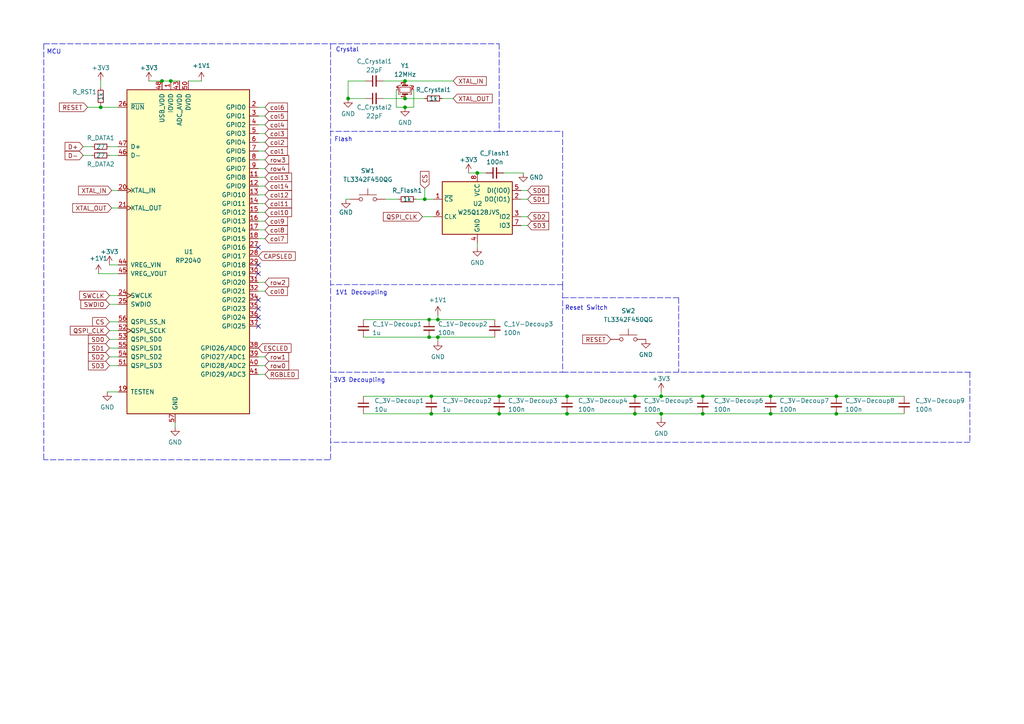
<source format=kicad_sch>
(kicad_sch (version 20231120) (generator "eeschema") (generator_version "8.0")
  (paper "A4")
  (title_block (title "SST60 - Multi-layout 60% pcb") (date "2022-07-25") (rev "1.0"))
  (lib_symbols
    (symbol "Device:C_Small" (pin_numbers hide) (pin_names (offset 0.254) hide)
      (property "Reference" "C" (at 0.254 1.778 0))
      (property "Value" "C_Small" (at 0.254 -2.032 0))
      (symbol "C_Small_0_1"
        (polyline (pts (xy -1.524 -0.508) (xy 1.524 -0.508)) (stroke (width 0.3302)))
        (polyline (pts (xy -1.524 0.508) (xy 1.524 0.508)) (stroke (width 0.3048)))
      )
      (symbol "C_Small_1_1"
        (pin passive line (at 0 2.54 270) (length 2.032) (name "~") (number "1"))
        (pin passive line (at 0 -2.54 90) (length 2.032) (name "~") (number "2"))
      )
    )
    (symbol "Device:Crystal_GND24_Small" (pin_names (offset 1.016) hide)
      (property "Reference" "Y" (at 1.27 4.445 0))
      (property "Value" "Crystal_GND24_Small" (at 1.27 2.54 0))
      (symbol "Crystal_GND24_Small_0_1"
        (rectangle (start -0.762 -1.524) (end 0.762 1.524))
        (polyline (pts (xy -1.27 -0.762) (xy -1.27 0.762)) (stroke (width 0.381)))
        (polyline (pts (xy 1.27 -0.762) (xy 1.27 0.762)) (stroke (width 0.381)))
        (polyline (pts (xy -1.27 -1.27) (xy -1.27 -1.905) (xy 1.27 -1.905) (xy 1.27 -1.27)))
        (polyline (pts (xy -1.27 1.27) (xy -1.27 1.905) (xy 1.27 1.905) (xy 1.27 1.27)))
      )
      (symbol "Crystal_GND24_Small_1_1"
        (pin passive line (at -2.54 0 0) (length 1.27) (name "1") (number "1"))
        (pin passive line (at 0 -2.54 90) (length 0.635) (name "2") (number "2"))
        (pin passive line (at 2.54 0 180) (length 1.27) (name "3") (number "3"))
        (pin passive line (at 0 2.54 270) (length 0.635) (name "4") (number "4"))
      )
    )
    (symbol "Device:R_Small" (pin_numbers hide) (pin_names (offset 0.254) hide)
      (property "Reference" "R" (at 0.762 0.508 0))
      (property "Value" "R_Small" (at 0.762 -1.016 0))
      (symbol "R_Small_0_1"
        (rectangle (start -0.762 1.778) (end 0.762 -1.778) (stroke (width 0.2032)))
      )
      (symbol "R_Small_1_1"
        (pin passive line (at 0 2.54 270) (length 0.762) (name "~") (number "1"))
        (pin passive line (at 0 -2.54 90) (length 0.762) (name "~") (number "2"))
      )
    )
    (symbol "Memory_Flash:W25Q128JVS"
      (property "Reference" "U" (at -8.89 8.89 0))
      (property "Value" "W25Q128JVS" (at 7.62 8.89 0))
      (symbol "W25Q128JVS_0_1"
        (rectangle (start -10.16 7.62) (end 10.16 -7.62) (stroke (width 0.254)) (fill (type background)))
      )
      (symbol "W25Q128JVS_1_1"
        (pin input line (at -12.7 2.54 0) (length 2.54) (name "~{CS}") (number "1"))
        (pin bidirectional line (at 12.7 2.54 180) (length 2.54) (name "DO(IO1)") (number "2"))
        (pin bidirectional line (at 12.7 -2.54 180) (length 2.54) (name "IO2") (number "3"))
        (pin power_in line (at 0 -10.16 90) (length 2.54) (name "GND") (number "4"))
        (pin bidirectional line (at 12.7 5.08 180) (length 2.54) (name "DI(IO0)") (number "5"))
        (pin input line (at -12.7 -2.54 0) (length 2.54) (name "CLK") (number "6"))
        (pin bidirectional line (at 12.7 -5.08 180) (length 2.54) (name "IO3") (number "7"))
        (pin power_in line (at 0 10.16 270) (length 2.54) (name "VCC") (number "8"))
      )
    )
    (symbol "Switch:SW_Push" (pin_numbers hide) (pin_names (offset 1.016) hide)
      (property "Reference" "SW" (at 1.27 2.54 0))
      (property "Value" "SW_Push" (at 0 -1.524 0))
      (symbol "SW_Push_0_1"
        (circle (center -2.032 0) (radius 0.508))
        (polyline (pts (xy 0 1.27) (xy 0 3.048)))
        (polyline (pts (xy 2.54 1.27) (xy -2.54 1.27)))
        (circle (center 2.032 0) (radius 0.508))
        (pin passive line (at -5.08 0 0) (length 2.54) (name "1") (number "1"))
        (pin passive line (at 5.08 0 180) (length 2.54) (name "2") (number "2"))
      )
    )
    (symbol "cipulot_parts:RP2040" (pin_names (offset 1.016))
      (property "Reference" "U" (at 8.89 51.435 0))
      (property "Value" "RP2040" (at 8.89 48.895 0))
      (symbol "RP2040_0_0"
        (rectangle (start -17.78 -45.72) (end 17.78 48.26) (stroke (width 0.254)) (fill (type background)))
      )
      (symbol "RP2040_1_1"
        (pin power_in line (at -5.08 50.8 270) (length 2.54) (name "IOVDD") (number "1"))
        (pin power_in line (at -5.08 50.8 270) (length 2.54) hide (name "IOVDD") (number "10"))
        (pin bidirectional line (at 20.32 22.86 180) (length 2.54) (name "GPIO8") (number "11"))
        (pin bidirectional line (at 20.32 20.32 180) (length 2.54) (name "GPIO9") (number "12"))
        (pin bidirectional line (at 20.32 17.78 180) (length 2.54) (name "GPIO10") (number "13"))
        (pin bidirectional line (at 20.32 15.24 180) (length 2.54) (name "GPIO11") (number "14"))
        (pin bidirectional line (at 20.32 12.7 180) (length 2.54) (name "GPIO12") (number "15"))
        (pin bidirectional line (at 20.32 10.16 180) (length 2.54) (name "GPIO13") (number "16"))
        (pin bidirectional line (at 20.32 7.62 180) (length 2.54) (name "GPIO14") (number "17"))
        (pin bidirectional line (at 20.32 5.08 180) (length 2.54) (name "GPIO15") (number "18"))
        (pin input line (at -20.32 -39.37 0) (length 2.54) (name "TESTEN") (number "19"))
        (pin bidirectional line (at 20.32 43.18 180) (length 2.54) (name "GPIO0") (number "2"))
        (pin input clock (at -20.32 19.05 0) (length 2.54) (name "XTAL_IN") (number "20"))
        (pin input clock (at -20.32 13.97 0) (length 2.54) (name "XTAL_OUT") (number "21"))
        (pin power_in line (at -5.08 50.8 270) (length 2.54) hide (name "IOVDD") (number "22"))
        (pin power_in line (at 0 50.8 270) (length 2.54) hide (name "DVDD") (number "23"))
        (pin input clock (at -20.32 -11.43 0) (length 2.54) (name "SWCLK") (number "24"))
        (pin bidirectional line (at -20.32 -13.97 0) (length 2.54) (name "SWDIO") (number "25"))
        (pin input line (at -20.32 43.18 0) (length 2.54) (name "~{RUN}") (number "26"))
        (pin bidirectional line (at 20.32 2.54 180) (length 2.54) (name "GPIO16") (number "27"))
        (pin bidirectional line (at 20.32 0 180) (length 2.54) (name "GPIO17") (number "28"))
        (pin bidirectional line (at 20.32 -2.54 180) (length 2.54) (name "GPIO18") (number "29"))
        (pin bidirectional line (at 20.32 40.64 180) (length 2.54) (name "GPIO1") (number "3"))
        (pin bidirectional line (at 20.32 -5.08 180) (length 2.54) (name "GPIO19") (number "30"))
        (pin bidirectional line (at 20.32 -7.62 180) (length 2.54) (name "GPIO20") (number "31"))
        (pin bidirectional line (at 20.32 -10.16 180) (length 2.54) (name "GPIO21") (number "32"))
        (pin power_in line (at -5.08 50.8 270) (length 2.54) hide (name "IOVDD") (number "33"))
        (pin bidirectional line (at 20.32 -12.7 180) (length 2.54) (name "GPIO22") (number "34"))
        (pin bidirectional line (at 20.32 -15.24 180) (length 2.54) (name "GPIO23") (number "35"))
        (pin bidirectional line (at 20.32 -17.78 180) (length 2.54) (name "GPIO24") (number "36"))
        (pin bidirectional line (at 20.32 -20.32 180) (length 2.54) (name "GPIO25") (number "37"))
        (pin bidirectional line (at 20.32 -26.67 180) (length 2.54) (name "GPIO26/ADC0") (number "38"))
        (pin bidirectional line (at 20.32 -29.21 180) (length 2.54) (name "GPIO27/ADC1") (number "39"))
        (pin bidirectional line (at 20.32 38.1 180) (length 2.54) (name "GPIO2") (number "4"))
        (pin bidirectional line (at 20.32 -31.75 180) (length 2.54) (name "GPIO28/ADC2") (number "40"))
        (pin bidirectional line (at 20.32 -34.29 180) (length 2.54) (name "GPIO29/ADC3") (number "41"))
        (pin power_in line (at -5.08 50.8 270) (length 2.54) hide (name "IOVDD") (number "42"))
        (pin power_in line (at -2.54 50.8 270) (length 2.54) (name "ADC_AVDD") (number "43"))
        (pin power_in line (at -20.32 -2.54 0) (length 2.54) (name "VREG_VIN") (number "44"))
        (pin power_out line (at -20.32 -5.08 0) (length 2.54) (name "VREG_VOUT") (number "45"))
        (pin bidirectional line (at -20.32 29.21 0) (length 2.54) (name "D-") (number "46"))
        (pin bidirectional line (at -20.32 31.75 0) (length 2.54) (name "D+") (number "47"))
        (pin power_in line (at -7.62 50.8 270) (length 2.54) (name "USB_VDD") (number "48"))
        (pin power_in line (at -5.08 50.8 270) (length 2.54) hide (name "IOVDD") (number "49"))
        (pin bidirectional line (at 20.32 35.56 180) (length 2.54) (name "GPIO3") (number "5"))
        (pin power_in line (at 0 50.8 270) (length 2.54) (name "DVDD") (number "50"))
        (pin bidirectional line (at -20.32 -31.75 0) (length 2.54) (name "QSPI_SD3") (number "51"))
        (pin bidirectional clock (at -20.32 -21.59 0) (length 2.54) (name "QSPI_SCLK") (number "52"))
        (pin bidirectional line (at -20.32 -24.13 0) (length 2.54) (name "QSPI_SD0") (number "53"))
        (pin bidirectional line (at -20.32 -29.21 0) (length 2.54) (name "QSPI_SD2") (number "54"))
        (pin bidirectional line (at -20.32 -26.67 0) (length 2.54) (name "QSPI_SD1") (number "55"))
        (pin bidirectional line (at -20.32 -19.05 0) (length 2.54) (name "QSPI_SS_N") (number "56"))
        (pin power_in line (at -3.81 -48.26 90) (length 2.54) (name "GND") (number "57"))
        (pin bidirectional line (at 20.32 33.02 180) (length 2.54) (name "GPIO4") (number "6"))
        (pin bidirectional line (at 20.32 30.48 180) (length 2.54) (name "GPIO5") (number "7"))
        (pin bidirectional line (at 20.32 27.94 180) (length 2.54) (name "GPIO6") (number "8"))
        (pin bidirectional line (at 20.32 25.4 180) (length 2.54) (name "GPIO7") (number "9"))
      )
    )
    (symbol "power:+1V1" (power) (pin_names (offset 0))
      (property "Value" "+1V1" (at 0 3.556 0))
      (symbol "+1V1_0_1"
        (polyline (pts (xy -0.762 1.27) (xy 0 2.54)))
        (polyline (pts (xy 0 0) (xy 0 2.54)))
        (polyline (pts (xy 0 2.54) (xy 0.762 1.27)))
      )
      (symbol "+1V1_1_1"
        (pin power_in line (at 0 0 90) (length 0) hide (name "+1V1") (number "1"))
      )
    )
    (symbol "power:+3V3" (power) (pin_names (offset 0))
      (property "Value" "+3V3" (at 0 3.556 0))
      (symbol "+3V3_0_1"
        (polyline (pts (xy -0.762 1.27) (xy 0 2.54)))
        (polyline (pts (xy 0 0) (xy 0 2.54)))
        (polyline (pts (xy 0 2.54) (xy 0.762 1.27)))
      )
      (symbol "+3V3_1_1"
        (pin power_in line (at 0 0 90) (length 0) hide (name "+3V3") (number "1"))
      )
    )
    (symbol "power:GND" (power) (pin_names (offset 0))
      (property "Value" "GND" (at 0 -3.81 0))
      (symbol "GND_0_1"
        (polyline (pts (xy 0 0) (xy 0 -1.27) (xy 1.27 -1.27) (xy 0 -2.54) (xy -1.27 -1.27) (xy 0 -1.27)))
      )
      (symbol "GND_1_1"
        (pin power_in line (at 0 0 270) (length 0) hide (name "GND") (number "1"))
      )
    )
  )
  (junction (at 223.52 120.015))
  (junction (at 144.78 114.935))
  (junction (at 184.15 114.935))
  (junction (at 138.43 50.165))
  (junction (at 117.475 28.575))
  (junction (at 203.835 114.935))
  (junction (at 49.53 23.495))
  (junction (at 164.465 120.015))
  (junction (at 127 92.71))
  (junction (at 127 97.79))
  (junction (at 117.475 31.115))
  (junction (at 29.21 31.115))
  (junction (at 164.465 114.935))
  (junction (at 191.77 120.015))
  (junction (at 125.095 120.015))
  (junction (at 124.46 97.79))
  (junction (at 125.095 114.935))
  (junction (at 144.78 120.015))
  (junction (at 242.57 114.935))
  (junction (at 191.77 114.935))
  (junction (at 203.835 120.015))
  (junction (at 46.99 23.495))
  (junction (at 124.46 92.71))
  (junction (at 223.52 114.935))
  (junction (at 123.19 57.785))
  (junction (at 100.965 28.575))
  (junction (at 242.57 120.015))
  (junction (at 184.15 120.015))
  (junction (at 117.475 23.495))
  (no_connect (at 74.93 92.075))
  (no_connect (at 74.93 71.755))
  (no_connect (at 74.93 76.835))
  (no_connect (at 74.93 86.995))
  (no_connect (at 74.93 79.375))
  (no_connect (at 74.93 89.535))
  (no_connect (at 74.93 94.615))
  (polyline (pts (xy 163.195 107.95) (xy 281.94 107.95)) (stroke (width 0) (type dash)))
  (wire (pts (xy 31.75 85.725) (xy 34.29 85.725)))
  (wire (pts (xy 111.125 28.575) (xy 117.475 28.575)))
  (wire (pts (xy 125.095 114.935) (xy 144.78 114.935)))
  (wire (pts (xy 122.555 62.865) (xy 125.73 62.865)))
  (wire (pts (xy 31.75 88.265) (xy 34.29 88.265)))
  (wire (pts (xy 127 97.79) (xy 143.51 97.79)))
  (wire (pts (xy 29.21 31.115) (xy 34.29 31.115)))
  (wire (pts (xy 242.57 120.015) (xy 262.255 120.015)))
  (wire (pts (xy 111.125 23.495) (xy 117.475 23.495)))
  (wire (pts (xy 74.93 53.975) (xy 76.835 53.975)))
  (wire (pts (xy 151.13 55.245) (xy 153.035 55.245)))
  (wire (pts (xy 74.93 64.135) (xy 76.835 64.135)))
  (wire (pts (xy 31.75 103.505) (xy 34.29 103.505)))
  (wire (pts (xy 191.77 114.935) (xy 203.835 114.935)))
  (wire (pts (xy 120.015 31.115) (xy 117.475 31.115)))
  (wire (pts (xy 28.575 79.375) (xy 34.29 79.375)))
  (wire (pts (xy 138.43 50.165) (xy 140.97 50.165)))
  (wire (pts (xy 31.75 42.545) (xy 34.29 42.545)))
  (wire (pts (xy 43.18 23.495) (xy 46.99 23.495)))
  (wire (pts (xy 31.75 100.965) (xy 34.29 100.965)))
  (wire (pts (xy 105.41 120.015) (xy 125.095 120.015)))
  (polyline (pts (xy 144.78 12.7) (xy 144.78 38.1)) (stroke (width 0) (type dash)))
  (wire (pts (xy 100.965 28.575) (xy 100.965 23.495)))
  (polyline (pts (xy 144.78 38.1) (xy 95.885 38.1)) (stroke (width 0) (type dash)))
  (wire (pts (xy 24.13 42.545) (xy 26.67 42.545)))
  (wire (pts (xy 32.385 60.325) (xy 34.29 60.325)))
  (wire (pts (xy 127 92.71) (xy 143.51 92.71)))
  (wire (pts (xy 74.93 41.275) (xy 76.835 41.275)))
  (wire (pts (xy 74.93 59.055) (xy 76.835 59.055)))
  (wire (pts (xy 74.93 43.815) (xy 76.835 43.815)))
  (wire (pts (xy 74.93 84.455) (xy 76.835 84.455)))
  (wire (pts (xy 74.93 81.915) (xy 76.835 81.915)))
  (wire (pts (xy 50.8 122.555) (xy 50.8 123.825)))
  (polyline (pts (xy 163.195 38.1) (xy 163.195 82.55)) (stroke (width 0) (type dash)))
  (polyline (pts (xy 163.195 86.36) (xy 196.85 86.36)) (stroke (width 0) (type dash)))
  (wire (pts (xy 49.53 23.495) (xy 52.07 23.495)))
  (wire (pts (xy 203.835 114.935) (xy 223.52 114.935)))
  (wire (pts (xy 46.99 23.495) (xy 49.53 23.495)))
  (wire (pts (xy 29.21 23.495) (xy 29.21 25.4)))
  (polyline (pts (xy 82.55 133.35) (xy 12.7 133.35)) (stroke (width 0) (type dash)))
  (wire (pts (xy 74.93 51.435) (xy 76.835 51.435)))
  (wire (pts (xy 125.095 120.015) (xy 144.78 120.015)))
  (wire (pts (xy 32.385 55.245) (xy 34.29 55.245)))
  (polyline (pts (xy 163.195 82.55) (xy 163.195 107.95)) (stroke (width 0) (type dash)))
  (wire (pts (xy 135.89 50.165) (xy 138.43 50.165)))
  (wire (pts (xy 74.93 103.505) (xy 76.835 103.505)))
  (wire (pts (xy 31.75 98.425) (xy 34.29 98.425)))
  (wire (pts (xy 111.76 57.785) (xy 115.57 57.785)))
  (wire (pts (xy 24.13 45.085) (xy 26.67 45.085)))
  (wire (pts (xy 164.465 120.015) (xy 184.15 120.015)))
  (wire (pts (xy 105.41 114.935) (xy 125.095 114.935)))
  (wire (pts (xy 74.93 48.895) (xy 76.835 48.895)))
  (wire (pts (xy 144.78 120.015) (xy 164.465 120.015)))
  (wire (pts (xy 100.33 57.785) (xy 101.6 57.785)))
  (wire (pts (xy 74.93 31.115) (xy 76.835 31.115)))
  (wire (pts (xy 31.75 45.085) (xy 34.29 45.085)))
  (wire (pts (xy 31.75 106.045) (xy 34.29 106.045)))
  (wire (pts (xy 100.965 23.495) (xy 106.045 23.495)))
  (wire (pts (xy 138.43 70.485) (xy 138.43 71.755)))
  (wire (pts (xy 74.93 36.195) (xy 76.835 36.195)))
  (wire (pts (xy 74.93 33.655) (xy 76.835 33.655)))
  (wire (pts (xy 151.13 57.785) (xy 153.035 57.785)))
  (wire (pts (xy 191.77 120.015) (xy 203.835 120.015)))
  (wire (pts (xy 184.15 120.015) (xy 191.77 120.015)))
  (polyline (pts (xy 82.55 133.35) (xy 95.885 133.35)) (stroke (width 0) (type dash)))
  (polyline (pts (xy 163.195 82.55) (xy 95.885 82.55)) (stroke (width 0) (type dash)))
  (wire (pts (xy 128.27 28.575) (xy 131.445 28.575)))
  (wire (pts (xy 127 91.44) (xy 127 92.71)))
  (wire (pts (xy 123.19 54.61) (xy 123.19 57.785)))
  (wire (pts (xy 127 97.79) (xy 127 99.06)))
  (polyline (pts (xy 144.78 38.1) (xy 163.195 38.1)) (stroke (width 0) (type dash)))
  (polyline (pts (xy 12.7 12.7) (xy 12.7 133.35)) (stroke (width 0) (type dash)))
  (wire (pts (xy 151.13 62.865) (xy 153.035 62.865)))
  (wire (pts (xy 74.93 38.735) (xy 76.835 38.735)))
  (wire (pts (xy 74.93 61.595) (xy 76.835 61.595)))
  (wire (pts (xy 117.475 23.495) (xy 131.445 23.495)))
  (wire (pts (xy 74.93 56.515) (xy 76.835 56.515)))
  (wire (pts (xy 191.77 113.665) (xy 191.77 114.935)))
  (wire (pts (xy 31.75 95.885) (xy 34.29 95.885)))
  (wire (pts (xy 123.19 57.785) (xy 125.73 57.785)))
  (wire (pts (xy 124.46 92.71) (xy 127 92.71)))
  (polyline (pts (xy 196.85 86.36) (xy 196.85 107.95)) (stroke (width 0) (type dash)))
  (polyline (pts (xy 95.885 12.7) (xy 95.885 133.35)) (stroke (width 0) (type dash)))
  (wire (pts (xy 242.57 114.935) (xy 262.255 114.935)))
  (wire (pts (xy 151.13 65.405) (xy 153.035 65.405)))
  (polyline (pts (xy 81.915 12.7) (xy 95.885 12.7)) (stroke (width 0) (type dash)))
  (wire (pts (xy 223.52 114.935) (xy 242.57 114.935)))
  (wire (pts (xy 29.21 30.48) (xy 29.21 31.115)))
  (wire (pts (xy 25.4 31.115) (xy 29.21 31.115)))
  (wire (pts (xy 144.78 114.935) (xy 164.465 114.935)))
  (polyline (pts (xy 12.7 12.7) (xy 82.55 12.7)) (stroke (width 0) (type dash)))
  (wire (pts (xy 31.75 76.835) (xy 34.29 76.835)))
  (wire (pts (xy 164.465 114.935) (xy 184.15 114.935)))
  (wire (pts (xy 105.41 97.79) (xy 124.46 97.79)))
  (wire (pts (xy 105.41 92.71) (xy 124.46 92.71)))
  (wire (pts (xy 117.475 28.575) (xy 123.19 28.575)))
  (wire (pts (xy 100.965 28.575) (xy 106.045 28.575)))
  (wire (pts (xy 31.75 93.345) (xy 34.29 93.345)))
  (wire (pts (xy 120.65 57.785) (xy 123.19 57.785)))
  (polyline (pts (xy 281.305 107.95) (xy 281.305 128.27)) (stroke (width 0) (type dash)))
  (wire (pts (xy 203.835 120.015) (xy 223.52 120.015)))
  (wire (pts (xy 74.93 46.355) (xy 76.835 46.355)))
  (wire (pts (xy 223.52 120.015) (xy 242.57 120.015)))
  (polyline (pts (xy 281.305 128.27) (xy 95.885 128.27)) (stroke (width 0) (type dash)))
  (wire (pts (xy 114.935 26.035) (xy 114.935 31.115)))
  (wire (pts (xy 120.015 26.035) (xy 120.015 31.115)))
  (wire (pts (xy 74.93 66.675) (xy 76.835 66.675)))
  (wire (pts (xy 54.61 23.495) (xy 58.42 23.495)))
  (wire (pts (xy 74.93 69.215) (xy 76.835 69.215)))
  (wire (pts (xy 184.15 114.935) (xy 191.77 114.935)))
  (wire (pts (xy 74.93 106.045) (xy 76.835 106.045)))
  (wire (pts (xy 31.115 113.665) (xy 34.29 113.665)))
  (wire (pts (xy 74.93 108.585) (xy 76.835 108.585)))
  (wire (pts (xy 191.77 121.285) (xy 191.77 120.015)))
  (wire (pts (xy 124.46 97.79) (xy 127 97.79)))
  (wire (pts (xy 114.935 31.115) (xy 117.475 31.115)))
  (polyline (pts (xy 95.885 12.7) (xy 144.78 12.7)) (stroke (width 0) (type dash)))
  (wire (pts (xy 146.05 50.165) (xy 151.765 50.165)))
  (polyline (pts (xy 95.885 107.95) (xy 163.195 107.95)) (stroke (width 0) (type dash)))
  (text "Reset Switch" (at 163.83 90.17 0) (effects (font (size 1.27 1.27)) (justify left bottom)))
  (text "Flash\n" (at 102.235 41.275 0) (effects (font (size 1.27 1.27)) (justify right bottom)))
  (text "MCU\n" (at 17.78 15.875 0) (effects (font (size 1.27 1.27)) (justify right bottom)))
  (text "Crystal\n" (at 104.14 15.24 0) (effects (font (size 1.27 1.27)) (justify right bottom)))
  (text "3V3 Decoupling" (at 111.76 111.125 0) (effects (font (size 1.27 1.27)) (justify right bottom)))
  (text "1V1 Decoupling" (at 112.395 85.725 0) (effects (font (size 1.27 1.27)) (justify right bottom)))
  (global_label "col7" (shape input) (at 76.835 69.215 0) (property "Intersheetrefs" "${INTERSHEET_REFS}" (effects (hide yes))))
  (global_label "col14" (shape input) (at 76.835 53.975 0) (property "Intersheetrefs" "${INTERSHEET_REFS}" (effects (hide yes))))
  (global_label "XTAL_OUT" (shape input) (at 32.385 60.325 180) (property "Intersheetrefs" "${INTERSHEET_REFS}" (effects (hide yes))))
  (global_label "col8" (shape input) (at 76.835 66.675 0) (property "Intersheetrefs" "${INTERSHEET_REFS}" (effects (hide yes))))
  (global_label "col0" (shape input) (at 76.835 84.455 0) (property "Intersheetrefs" "${INTERSHEET_REFS}" (effects (hide yes))))
  (global_label "ESCLED" (shape input) (at 74.93 100.965 0) (property "Intersheetrefs" "${INTERSHEET_REFS}" (effects (hide yes))))
  (global_label "col6" (shape input) (at 76.835 31.115 0) (property "Intersheetrefs" "${INTERSHEET_REFS}" (effects (hide yes))))
  (global_label "SWCLK" (shape input) (at 31.75 85.725 180) (property "Intersheetrefs" "${INTERSHEET_REFS}" (effects (hide yes))))
  (global_label "col1" (shape input) (at 76.835 43.815 0) (property "Intersheetrefs" "${INTERSHEET_REFS}" (effects (hide yes))))
  (global_label "SD1" (shape input) (at 153.035 57.785 0) (property "Intersheetrefs" "${INTERSHEET_REFS}" (effects (hide yes))))
  (global_label "SD3" (shape input) (at 153.035 65.405 0) (property "Intersheetrefs" "${INTERSHEET_REFS}" (effects (hide yes))))
  (global_label "row2" (shape input) (at 76.835 81.915 0) (property "Intersheetrefs" "${INTERSHEET_REFS}" (effects (hide yes))))
  (global_label "D-" (shape input) (at 24.13 45.085 180) (property "Intersheetrefs" "${INTERSHEET_REFS}" (effects (hide yes))))
  (global_label "XTAL_IN" (shape input) (at 131.445 23.495 0) (property "Intersheetrefs" "${INTERSHEET_REFS}" (effects (hide yes))))
  (global_label "SD2" (shape input) (at 153.035 62.865 0) (property "Intersheetrefs" "${INTERSHEET_REFS}" (effects (hide yes))))
  (global_label "col13" (shape input) (at 76.835 51.435 0) (property "Intersheetrefs" "${INTERSHEET_REFS}" (effects (hide yes))))
  (global_label "D+" (shape input) (at 24.13 42.545 180) (property "Intersheetrefs" "${INTERSHEET_REFS}" (effects (hide yes))))
  (global_label "SD0" (shape input) (at 31.75 98.425 180) (property "Intersheetrefs" "${INTERSHEET_REFS}" (effects (hide yes))))
  (global_label "QSPI_CLK" (shape input) (at 122.555 62.865 180) (property "Intersheetrefs" "${INTERSHEET_REFS}" (effects (hide yes))))
  (global_label "SWDIO" (shape input) (at 31.75 88.265 180) (property "Intersheetrefs" "${INTERSHEET_REFS}" (effects (hide yes))))
  (global_label "row4" (shape input) (at 76.835 48.895 0) (property "Intersheetrefs" "${INTERSHEET_REFS}" (effects (hide yes))))
  (global_label "col2" (shape input) (at 76.835 41.275 0) (property "Intersheetrefs" "${INTERSHEET_REFS}" (effects (hide yes))))
  (global_label "row0" (shape input) (at 76.835 106.045 0) (property "Intersheetrefs" "${INTERSHEET_REFS}" (effects (hide yes))))
  (global_label "row3" (shape input) (at 76.835 46.355 0) (property "Intersheetrefs" "${INTERSHEET_REFS}" (effects (hide yes))))
  (global_label "QSPI_CLK" (shape input) (at 31.75 95.885 180) (property "Intersheetrefs" "${INTERSHEET_REFS}" (effects (hide yes))))
  (global_label "row1" (shape input) (at 76.835 103.505 0) (property "Intersheetrefs" "${INTERSHEET_REFS}" (effects (hide yes))))
  (global_label "SD0" (shape input) (at 153.035 55.245 0) (property "Intersheetrefs" "${INTERSHEET_REFS}" (effects (hide yes))))
  (global_label "col10" (shape input) (at 76.835 61.595 0) (property "Intersheetrefs" "${INTERSHEET_REFS}" (effects (hide yes))))
  (global_label "RESET" (shape input) (at 177.165 98.425 180) (property "Intersheetrefs" "${INTERSHEET_REFS}" (effects (hide yes))))
  (global_label "col3" (shape input) (at 76.835 38.735 0) (property "Intersheetrefs" "${INTERSHEET_REFS}" (effects (hide yes))))
  (global_label "col12" (shape input) (at 76.835 56.515 0) (property "Intersheetrefs" "${INTERSHEET_REFS}" (effects (hide yes))))
  (global_label "XTAL_IN" (shape input) (at 32.385 55.245 180) (property "Intersheetrefs" "${INTERSHEET_REFS}" (effects (hide yes))))
  (global_label "col9" (shape input) (at 76.835 64.135 0) (property "Intersheetrefs" "${INTERSHEET_REFS}" (effects (hide yes))))
  (global_label "CS" (shape input) (at 123.19 54.61 90) (property "Intersheetrefs" "${INTERSHEET_REFS}" (effects (hide yes))))
  (global_label "SD3" (shape input) (at 31.75 106.045 180) (property "Intersheetrefs" "${INTERSHEET_REFS}" (effects (hide yes))))
  (global_label "CAPSLED" (shape input) (at 74.93 74.295 0) (property "Intersheetrefs" "${INTERSHEET_REFS}" (effects (hide yes))))
  (global_label "RESET" (shape input) (at 25.4 31.115 180) (property "Intersheetrefs" "${INTERSHEET_REFS}" (effects (hide yes))))
  (global_label "XTAL_OUT" (shape input) (at 131.445 28.575 0) (property "Intersheetrefs" "${INTERSHEET_REFS}" (effects (hide yes))))
  (global_label "RGBLED" (shape input) (at 76.835 108.585 0) (property "Intersheetrefs" "${INTERSHEET_REFS}" (effects (hide yes))))
  (global_label "SD1" (shape input) (at 31.75 100.965 180) (property "Intersheetrefs" "${INTERSHEET_REFS}" (effects (hide yes))))
  (global_label "CS" (shape input) (at 31.75 93.345 180) (property "Intersheetrefs" "${INTERSHEET_REFS}" (effects (hide yes))))
  (global_label "col4" (shape input) (at 76.835 36.195 0) (property "Intersheetrefs" "${INTERSHEET_REFS}" (effects (hide yes))))
  (global_label "col11" (shape input) (at 76.835 59.055 0) (property "Intersheetrefs" "${INTERSHEET_REFS}" (effects (hide yes))))
  (global_label "SD2" (shape input) (at 31.75 103.505 180) (property "Intersheetrefs" "${INTERSHEET_REFS}" (effects (hide yes))))
  (global_label "col5" (shape input) (at 76.835 33.655 0) (property "Intersheetrefs" "${INTERSHEET_REFS}" (effects (hide yes))))
  (symbol (lib_id "Device:R_Small") (at 118.11 57.785 90) (unit 1)
    (property "Reference" "R_Flash1" (at 118.11 55.245 90))
    (property "Value" "1k" (at 118.11 57.785 90))
    (property "Footprint" "Resistor_SMD:R_0402_1005Metric" (effects (hide yes)))
  )
  (symbol (lib_id "power:+3V3") (at 191.77 113.665 0) (unit 1)
    (property "Reference" "#PWR0118" (effects (hide yes)))
    (property "Value" "+3V3" (at 191.77 109.855 0))
  )
  (symbol (lib_id "power:GND") (at 117.475 31.115 0) (unit 1)
    (property "Reference" "#PWR0109" (effects (hide yes)))
    (property "Value" "GND" (at 117.475 35.56 0))
  )
  (symbol (lib_id "power:GND") (at 50.8 123.825 0) (unit 1)
    (property "Reference" "#PWR0105" (effects (hide yes)))
    (property "Value" "GND" (at 50.8 128.27 0))
  )
  (symbol (lib_id "Device:C_Small") (at 184.15 117.475 0) (unit 1)
    (property "Reference" "C_3V-Decoup5" (at 186.69 116.2112 0) (effects (justify left)))
    (property "Value" "100n" (at 186.69 118.7512 0) (effects (justify left)))
    (property "Footprint" "Capacitor_SMD:C_0402_1005Metric" (effects (hide yes)))
  )
  (symbol (lib_id "Device:Crystal_GND24_Small") (at 117.475 26.035 90) (unit 1)
    (property "Reference" "Y1" (at 117.475 19.05 90))
    (property "Value" "12MHz" (at 117.475 21.59 90))
    (property "Footprint" "Crystal:Crystal_SMD_3225-4Pin_3.2x2.5mm" (effects (hide yes)))
  )
  (symbol (lib_id "Device:C_Small") (at 124.46 95.25 0) (unit 1)
    (property "Reference" "C_1V-Decoup2" (at 127 93.9862 0) (effects (justify left)))
    (property "Value" "100n" (at 127 96.5262 0) (effects (justify left)))
    (property "Footprint" "Capacitor_SMD:C_0402_1005Metric" (effects (hide yes)))
  )
  (symbol (lib_id "power:GND") (at 187.325 98.425 0) (unit 1)
    (property "Reference" "#PWR0146" (effects (hide yes)))
    (property "Value" "GND" (at 187.325 102.87 0))
  )
  (symbol (lib_id "power:GND") (at 191.77 121.285 0) (unit 1)
    (property "Reference" "#PWR0117" (effects (hide yes)))
    (property "Value" "GND" (at 191.77 125.73 0))
  )
  (symbol (lib_id "power:GND") (at 151.765 50.165 0) (unit 1)
    (property "Reference" "#PWR0113" (effects (hide yes)))
    (property "Value" "GND" (at 155.575 51.435 0))
  )
  (symbol (lib_id "power:+3V3") (at 43.18 23.495 0) (unit 1)
    (property "Reference" "#PWR0106" (effects (hide yes)))
    (property "Value" "+3V3" (at 43.18 19.685 0))
  )
  (symbol (lib_id "Memory_Flash:W25Q128JVS") (at 138.43 60.325 0) (unit 1)
    (property "Reference" "U2" (at 137.16 59.055 0) (effects (justify left)))
    (property "Value" "W25Q128JVS" (at 132.715 61.595 0) (effects (justify left)))
    (property "Footprint" "Package_SO:SOIC-8_5.23x5.23mm_P1.27mm" (effects (hide yes)))
    (property "Datasheet" "http://www.winbond.com/resource-files/w25q128jv_dtr%20revc%2003272018%20plus.pdf" (effects (hide yes)))
  )
  (symbol (lib_id "Device:R_Small") (at 29.21 27.94 0) (unit 1)
    (property "Reference" "R_RST1" (at 20.955 26.67 0) (effects (justify left)))
    (property "Value" "1k" (at 29.21 29.21 90) (effects (justify left)))
    (property "Footprint" "Resistor_SMD:R_0402_1005Metric" (effects (hide yes)))
  )
  (symbol (lib_id "power:+1V1") (at 28.575 79.375 0) (unit 1)
    (property "Reference" "#PWR0103" (effects (hide yes)))
    (property "Value" "+1V1" (at 28.575 74.93 0))
  )
  (symbol (lib_id "Device:R_Small") (at 29.21 45.085 90) (unit 1)
    (property "Reference" "R_DATA2" (at 29.21 47.625 90))
    (property "Value" "27" (at 29.21 45.085 90))
    (property "Footprint" "Resistor_SMD:R_0402_1005Metric" (effects (hide yes)))
  )
  (symbol (lib_id "Device:C_Small") (at 108.585 23.495 90) (unit 1)
    (property "Reference" "C_Crystal1" (at 108.585 17.78 90))
    (property "Value" "22pF" (at 108.585 20.32 90))
    (property "Footprint" "Capacitor_SMD:C_0402_1005Metric" (effects (hide yes)))
  )
  (symbol (lib_id "Device:C_Small") (at 242.57 117.475 0) (unit 1)
    (property "Reference" "C_3V-Decoup8" (at 245.11 116.2112 0) (effects (justify left)))
    (property "Value" "100n" (at 245.11 118.7512 0) (effects (justify left)))
    (property "Footprint" "Capacitor_SMD:C_0402_1005Metric" (effects (hide yes)))
  )
  (symbol (lib_id "power:GND") (at 31.115 113.665 0) (unit 1)
    (property "Reference" "#PWR0104" (effects (hide yes)))
    (property "Value" "GND" (at 31.115 118.11 0))
  )
  (symbol (lib_id "Device:R_Small") (at 125.73 28.575 90) (unit 1)
    (property "Reference" "R_Crystal1" (at 125.73 26.035 90))
    (property "Value" "1k" (at 125.73 28.575 90))
    (property "Footprint" "Resistor_SMD:R_0402_1005Metric" (effects (hide yes)))
  )
  (symbol (lib_id "Device:C_Small") (at 105.41 95.25 0) (unit 1)
    (property "Reference" "C_1V-Decoup1" (at 107.95 93.9862 0) (effects (justify left)))
    (property "Value" "1u" (at 107.95 96.5262 0) (effects (justify left)))
    (property "Footprint" "Capacitor_SMD:C_0402_1005Metric" (effects (hide yes)))
  )
  (symbol (lib_id "power:GND") (at 100.965 28.575 0) (unit 1)
    (property "Reference" "#PWR0110" (effects (hide yes)))
    (property "Value" "GND" (at 100.965 33.02 0))
  )
  (symbol (lib_id "Switch:SW_Push") (at 182.245 98.425 0) (unit 1)
    (property "Reference" "SW2" (at 182.245 90.17 0))
    (property "Value" "TL3342F450QG" (at 182.245 92.71 0))
    (property "Footprint" "Button_Switch_SMD:SW_SPST_TL3342" (effects (hide yes)))
    (property "Description" "Reset" (effects (hide yes)))
  )
  (symbol (lib_id "power:+3V3") (at 31.75 76.835 0) (unit 1)
    (property "Reference" "#PWR0102" (effects (hide yes)))
    (property "Value" "+3V3" (at 31.75 73.025 0))
  )
  (symbol (lib_id "power:GND") (at 100.33 57.785 0) (unit 1)
    (property "Reference" "#PWR0111" (effects (hide yes)))
    (property "Value" "GND" (at 100.33 61.595 0))
  )
  (symbol (lib_id "Device:C_Small") (at 164.465 117.475 0) (unit 1)
    (property "Reference" "C_3V-Decoup4" (at 167.64 116.2112 0) (effects (justify left)))
    (property "Value" "100n" (at 167.64 118.7512 0) (effects (justify left)))
    (property "Footprint" "Capacitor_SMD:C_0402_1005Metric" (effects (hide yes)))
  )
  (symbol (lib_id "Device:C_Small") (at 125.095 117.475 0) (unit 1)
    (property "Reference" "C_3V-Decoup2" (at 128.27 116.2112 0) (effects (justify left)))
    (property "Value" "1u" (at 128.27 118.7512 0) (effects (justify left)))
    (property "Footprint" "Capacitor_SMD:C_0402_1005Metric" (effects (hide yes)))
  )
  (symbol (lib_id "Device:R_Small") (at 29.21 42.545 90) (unit 1)
    (property "Reference" "R_DATA1" (at 29.21 40.005 90))
    (property "Value" "27" (at 29.21 42.545 90))
    (property "Footprint" "Resistor_SMD:R_0402_1005Metric" (effects (hide yes)))
  )
  (symbol (lib_id "power:GND") (at 127 99.06 0) (unit 1)
    (property "Reference" "#PWR0116" (effects (hide yes)))
    (property "Value" "GND" (at 127 103.505 0))
  )
  (symbol (lib_id "Switch:SW_Push") (at 106.68 57.785 0) (unit 1)
    (property "Reference" "SW1" (at 106.68 49.53 0))
    (property "Value" "TL3342F450QG" (at 106.68 52.07 0))
    (property "Footprint" "Button_Switch_SMD:SW_SPST_TL3342" (effects (hide yes)))
    (property "Description" "Boot" (effects (hide yes)))
  )
  (symbol (lib_id "Device:C_Small") (at 143.51 95.25 0) (unit 1)
    (property "Reference" "C_1V-Decoup3" (at 146.05 93.9862 0) (effects (justify left)))
    (property "Value" "100n" (at 146.05 96.5262 0) (effects (justify left)))
    (property "Footprint" "Capacitor_SMD:C_0402_1005Metric" (effects (hide yes)))
  )
  (symbol (lib_id "power:+3V3") (at 29.21 23.495 0) (unit 1)
    (property "Reference" "#PWR0107" (effects (hide yes)))
    (property "Value" "+3V3" (at 29.21 19.685 0))
  )
  (symbol (lib_id "power:GND") (at 138.43 71.755 0) (unit 1)
    (property "Reference" "#PWR0112" (effects (hide yes)))
    (property "Value" "GND" (at 138.43 76.2 0))
  )
  (symbol (lib_id "power:+1V1") (at 58.42 23.495 0) (unit 1)
    (property "Reference" "#PWR0108" (effects (hide yes)))
    (property "Value" "+1V1" (at 58.42 19.05 0))
  )
  (symbol (lib_id "Device:C_Small") (at 223.52 117.475 0) (unit 1)
    (property "Reference" "C_3V-Decoup7" (at 226.06 116.2112 0) (effects (justify left)))
    (property "Value" "100n" (at 226.06 118.7512 0) (effects (justify left)))
    (property "Footprint" "Capacitor_SMD:C_0402_1005Metric" (effects (hide yes)))
  )
  (symbol (lib_id "Device:C_Small") (at 262.255 117.475 0) (unit 1)
    (property "Reference" "C_3V-Decoup9" (at 265.43 116.2112 0) (effects (justify left)))
    (property "Value" "100n" (at 265.43 118.7512 0) (effects (justify left)))
    (property "Footprint" "Capacitor_SMD:C_0402_1005Metric" (effects (hide yes)))
  )
  (symbol (lib_id "Device:C_Small") (at 203.835 117.475 0) (unit 1)
    (property "Reference" "C_3V-Decoup6" (at 207.01 116.2112 0) (effects (justify left)))
    (property "Value" "100n" (at 207.01 118.7512 0) (effects (justify left)))
    (property "Footprint" "Capacitor_SMD:C_0402_1005Metric" (effects (hide yes)))
  )
  (symbol (lib_id "Device:C_Small") (at 144.78 117.475 0) (unit 1)
    (property "Reference" "C_3V-Decoup3" (at 147.32 116.2112 0) (effects (justify left)))
    (property "Value" "100n" (at 147.32 118.7512 0) (effects (justify left)))
    (property "Footprint" "Capacitor_SMD:C_0402_1005Metric" (effects (hide yes)))
  )
  (symbol (lib_id "Device:C_Small") (at 105.41 117.475 0) (unit 1)
    (property "Reference" "C_3V-Decoup1" (at 108.585 116.2112 0) (effects (justify left)))
    (property "Value" "10u" (at 108.585 118.7512 0) (effects (justify left)))
    (property "Footprint" "Capacitor_SMD:C_0402_1005Metric" (effects (hide yes)))
  )
  (symbol (lib_id "power:+3V3") (at 135.89 50.165 0) (unit 1)
    (property "Reference" "#PWR0114" (effects (hide yes)))
    (property "Value" "+3V3" (at 135.89 46.355 0))
  )
  (symbol (lib_id "Device:C_Small") (at 143.51 50.165 90) (unit 1)
    (property "Reference" "C_Flash1" (at 143.51 44.45 90))
    (property "Value" "100n" (at 143.51 46.99 90))
    (property "Footprint" "Capacitor_SMD:C_0402_1005Metric" (effects (hide yes)))
  )
  (symbol (lib_id "Device:C_Small") (at 108.585 28.575 90) (unit 1)
    (property "Reference" "C_Crystal2" (at 108.585 31.115 90))
    (property "Value" "22pF" (at 108.585 33.655 90))
    (property "Footprint" "Capacitor_SMD:C_0402_1005Metric" (effects (hide yes)))
  )
  (symbol (lib_id "power:+1V1") (at 127 91.44 0) (unit 1)
    (property "Reference" "#PWR0115" (effects (hide yes)))
    (property "Value" "+1V1" (at 127 86.995 0))
  )
  (symbol (lib_id "cipulot_parts:RP2040") (at 54.61 74.295 0) (unit 1)
    (property "Reference" "U1" (at 53.34 73.025 0) (effects (justify left)))
    (property "Value" "RP2040" (at 50.8 75.565 0) (effects (justify left)))
    (property "Footprint" "cipulot_parts:RP2040-QFN-56" (effects (hide yes)))
    (property "Datasheet" "https://datasheets.raspberrypi.com/rp2040/rp2040-datasheet.pdf" (effects (hide yes)))
  )
)
</source>
